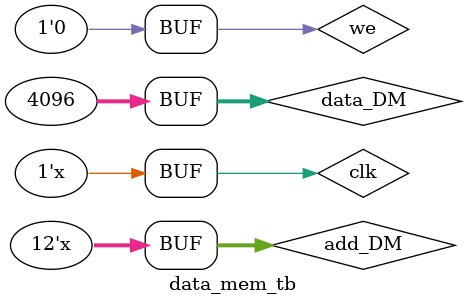
<source format=v>

`timescale 1ns / 1ps

module data_mem(clk, we, data_DM, add_DM, out_DM);

input clk;
input we;
input [31:0] data_DM;
input [11:0] add_DM;
output [31:0] out_DM;

reg [31:0] out_DM;

reg [31:0] mem [31:0];

always@(posedge clk)
begin
	if (we == 1) begin
	mem[add_DM] = data_DM;  //Storing the data in the memory
	end
	
	else if (we == 0) begin
	out_DM = mem[add_DM];  //Accessing the data from the memory
	end
end
endmodule

//TESTBENCH of Data Memory

`timescale 1ns / 1ps


module data_mem_tb();

reg clk;
reg we;
reg [31:0] data_DM;
reg [11:0] add_DM;
wire [31:0] out_DM;

// Instantiation of the module data memory
data_mem d (.clk(clk), .we(we), .data_DM(data_DM), .add_DM(add_DM), .out_DM(out_DM));


initial
begin
	clk <= 0;
	we <= 0;
	data_DM <= 32'h00000000;
	add_DM <= 12'h000;
end

//clock Generation
always #5 clk = ~clk;

//Address Setup
always #60 add_DM = add_DM + 12'h001;
//stimulus
initial 
begin
	#5 we <= 1;
	#5 data_DM <= 32'h0d1f;
	#40 we <= 0;

	#40 we <= 1;
	#5 data_DM <= 32'h1000;
	#40 we <= 0;
end
endmodule





</source>
